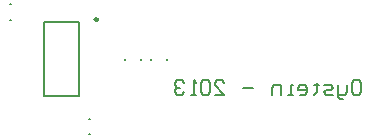
<source format=gbo>
%FSLAX25Y25*%
%MOIN*%
G70*
G01*
G75*
G04 Layer_Color=32896*
%ADD10R,0.04134X0.05512*%
%ADD11O,0.02362X0.08661*%
%ADD12R,0.05315X0.06102*%
%ADD13O,0.00984X0.03740*%
%ADD14O,0.03740X0.00984*%
%ADD15R,0.20866X0.20866*%
%ADD16C,0.00787*%
%ADD17C,0.01181*%
%ADD18C,0.01575*%
%ADD19R,0.07874X0.07874*%
%ADD20C,0.07874*%
%ADD21R,0.07874X0.07874*%
%ADD22C,0.03937*%
%ADD23R,0.06102X0.05315*%
%ADD24R,0.09055X0.12598*%
%ADD25R,0.09055X0.03937*%
%ADD26C,0.03937*%
%ADD27C,0.00984*%
%ADD28C,0.01000*%
D16*
X157579Y125787D02*
Y126181D01*
X162894Y125787D02*
Y126181D01*
X154232Y125787D02*
Y126181D01*
X148917Y125787D02*
Y126181D01*
X110433Y144390D02*
X110827D01*
X110433Y139075D02*
X110827D01*
X121653Y113583D02*
X133465D01*
X121653Y138386D02*
X133465D01*
X121653Y113583D02*
Y138386D01*
X133465Y113583D02*
Y138386D01*
X136811Y106201D02*
X137205D01*
X136811Y100886D02*
X137205D01*
X225198Y118896D02*
X226772D01*
X227559Y118109D01*
Y114960D01*
X226772Y114173D01*
X225198D01*
X224411Y114960D01*
Y118109D01*
X225198Y118896D01*
X222836Y117322D02*
Y114960D01*
X222049Y114173D01*
X219688D01*
Y113386D01*
X220475Y112599D01*
X221262D01*
X219688Y114173D02*
Y117322D01*
X218113Y114173D02*
X215752D01*
X214965Y114960D01*
X215752Y115747D01*
X217326D01*
X218113Y116535D01*
X217326Y117322D01*
X214965D01*
X212603Y118109D02*
Y117322D01*
X213390D01*
X211816D01*
X212603D01*
Y114960D01*
X211816Y114173D01*
X207093D02*
X208667D01*
X209455Y114960D01*
Y116535D01*
X208667Y117322D01*
X207093D01*
X206306Y116535D01*
Y115747D01*
X209455D01*
X204732Y114173D02*
X203157D01*
X203945D01*
Y117322D01*
X204732D01*
X200796Y114173D02*
Y117322D01*
X198435D01*
X197648Y116535D01*
Y114173D01*
X191350Y116535D02*
X188202D01*
X178756Y114173D02*
X181904D01*
X178756Y117322D01*
Y118109D01*
X179543Y118896D01*
X181117D01*
X181904Y118109D01*
X177182D02*
X176394Y118896D01*
X174820D01*
X174033Y118109D01*
Y114960D01*
X174820Y114173D01*
X176394D01*
X177182Y114960D01*
Y118109D01*
X172459Y114173D02*
X170885D01*
X171672D01*
Y118896D01*
X172459Y118109D01*
X168523D02*
X167736Y118896D01*
X166162D01*
X165375Y118109D01*
Y117322D01*
X166162Y116535D01*
X166949D01*
X166162D01*
X165375Y115747D01*
Y114960D01*
X166162Y114173D01*
X167736D01*
X168523Y114960D01*
D27*
X139665Y139173D02*
G03*
X139665Y139173I-492J0D01*
G01*
M02*

</source>
